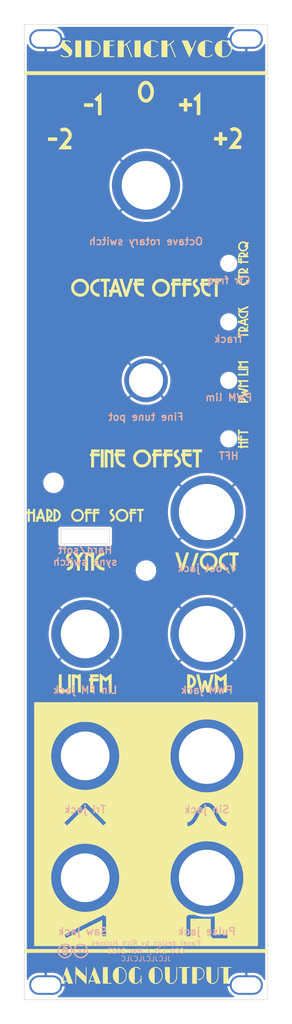
<source format=kicad_pcb>
(kicad_pcb (version 20211014) (generator pcbnew)
  (layers (0 "F.Cu" signal) (31 "B.Cu" signal) (34 "B.Paste" user) (35 "F.Paste" user) (36 "B.SilkS" user "B.Silkscreen") (37 "F.SilkS" user "F.Silkscreen") (38 "B.Mask" user) (39 "F.Mask" user) (44 "Edge.Cuts" user))
  (net 0 "")
  (net 1 "GND")
  (footprint "Kosmo_panel:Kosmo_Panel_Dual_Slotted_Mounting_Holes" (layer "F.Cu") (at 63.1 10.6 180)
    (fp_text reference "H17" hide)
    (fp_text value "Mounting_Holes")
    (pad "1" thru_hole oval locked (at 1.4 0 180) (size 6.8 4) (drill oval 6 3.2) (layers *.Cu *.Mask) (net 1 "GND"))
    (pad "1" thru_hole oval locked (at 1.4 -194 180) (size 6.8 4) (drill oval 6 3.2) (layers *.Cu *.Mask) (net 1 "GND"))
  )
  (footprint "Kosmo_panel:Kosmo_Trimmer_Pot_Hole" (layer "F.Cu") (at 58.1 56.6)
    (fp_text reference "H9" hide)
    (fp_text value "Trimmer_Hole")
    (pad "" np_thru_hole circle locked (at 0 0) (size 2.5 2.5) (drill 2.5) (layers *.Mask "F.Cu"))
  )
  (footprint "Kosmo_panel:Kosmo_Jack_Hole" (layer "F.Cu") (at 41.1 40.6)
    (fp_text reference "H8" hide)
    (fp_text value "Switch_Hole")
    (pad "1" thru_hole circle locked (at 0 0) (size 14 14) (drill 10) (layers *.Cu *.Mask) (net 1 "GND"))
  )
  (footprint "Kosmo_panel:Kosmo_Jack_Hole" (layer "F.Cu") (at 28.6 132.6)
    (fp_text reference "H1" hide)
    (fp_text value "Jack_Hole")
    (pad "1" thru_hole circle locked (at 0 0) (size 14 14) (drill 10) (layers *.Cu *.Mask) (net 1 "GND"))
  )
  (footprint "Kosmo_panel:Kosmo_Panel_Dual_Slotted_Mounting_Holes" (layer "F.Cu") (at 19.1 204.6)
    (fp_text reference "H16" hide)
    (fp_text value "Mounting_Holes")
    (pad "1" thru_hole oval locked (at 1.4 0) (size 6.8 4) (drill oval 6 3.2) (layers *.Cu *.Mask) (net 1 "GND"))
    (pad "1" thru_hole oval locked (at 1.4 -194) (size 6.8 4) (drill oval 6 3.2) (layers *.Cu *.Mask) (net 1 "GND"))
  )
  (footprint "Kosmo_panel:Kosmo_Jack_Hole" (layer "F.Cu") (at 28.6 157.6)
    (fp_text reference "H2" hide)
    (fp_text value "Jack_Hole")
    (pad "1" thru_hole circle locked (at 0 0) (size 14 14) (drill 10) (layers *.Cu *.Mask) (net 1 "GND"))
  )
  (footprint "Kosmo_panel:Kosmo_Jack_Hole" (layer "F.Cu") (at 28.6 182.6)
    (fp_text reference "H5" hide)
    (fp_text value "Jack_Hole")
    (pad "1" thru_hole circle locked (at 0 0) (size 14 14) (drill 10) (layers *.Cu *.Mask) (net 1 "GND"))
  )
  (footprint "Kosmo_panel:Kosmo_Jack_Hole_horizontal" (layer "F.Cu") (at 53.6 157.6)
    (fp_text reference "H6" hide)
    (fp_text value "Jack_Hole_h")
    (pad "1" thru_hole circle (at 0 0) (size 15 15) (drill 11.5) (layers *.Cu *.Mask) (net 1 "GND"))
  )
  (footprint "ao_tht:MountingHole_3.2mm_M3" (layer "F.Cu") (at 22.1 101.6)
    (fp_text reference "H11" hide)
    (fp_text value "MountingHole")
    (pad "" np_thru_hole circle locked (at 0 0) (size 3.2 3.2) (drill 3.2) (layers *.Cu *.Mask))
  )
  (footprint "ao_tht:MountingHole_3.2mm_M3" (layer "F.Cu") (at 41.1 119.6)
    (fp_text reference "H15" hide)
    (fp_text value "MountingHole")
    (pad "" np_thru_hole circle locked (at 0 0) (size 3.2 3.2) (drill 3.2) (layers *.Cu *.Mask))
  )
  (footprint "Kosmo_panel:Kosmo_Jack_Hole_horizontal" (layer "F.Cu") (at 53.6 182.6)
    (fp_text reference "H7" hide)
    (fp_text value "Jack_Hole_h")
    (pad "1" thru_hole circle (at 0 0) (size 15 15) (drill 11.5) (layers *.Cu *.Mask) (net 1 "GND"))
  )
  (footprint "Kosmo_panel:Kosmo_Trimmer_Pot_Hole" (layer "F.Cu") (at 58.1 68.6)
    (fp_text reference "H10" hide)
    (fp_text value "Trimmer_Hole")
    (pad "" np_thru_hole circle locked (at 0 0) (size 2.5 2.5) (drill 2.5) (layers *.Mask "F.Cu"))
  )
  (footprint "Kosmo_panel:Kosmo_Trimmer_Pot_Hole" (layer "F.Cu") (at 58.1 92.6)
    (fp_text reference "H14" hide)
    (fp_text value "Trimmer_Hole")
    (pad "" np_thru_hole circle locked (at 0 0) (size 2.5 2.5) (drill 2.5) (layers *.Mask "F.Cu"))
  )
  (footprint "sidekick_panel:sidekick_panel_holes" (layer "F.Cu") (at 41.1 107.6)
    (fp_text reference "GRAF1" hide)
    (fp_text value "Holes" hide)
  )
  (footprint "Kosmo_panel:Kosmo_Trimmer_Pot_Hole" (layer "F.Cu") (at 58.1 80.6)
    (fp_text reference "H13" hide)
    (fp_text value "Trimmer_Hole")
    (pad "" np_thru_hole circle locked (at 0 0) (size 2.5 2.5) (drill 2.5) (layers *.Mask "F.Cu"))
  )
  (footprint "Kosmo_panel:Kosmo_Jack_Hole_horizontal" (layer "F.Cu") (at 53.6 107.6)
    (fp_text reference "H3" hide)
    (fp_text value "Jack_Hole_h")
    (pad "1" thru_hole circle (at 0 0) (size 15 15) (drill 11.5) (layers *.Cu *.Mask) (net 1 "GND"))
  )
  (footprint "Kosmo_panel:Kosmo_Pot_Hole" (layer "F.Cu") (at 41.1 80.6)
    (fp_text reference "H12" hide)
    (fp_text value "Pot_Hole")
    (pad "1" thru_hole circle locked (at 0 0) (size 9 9) (drill 7) (layers *.Cu *.Mask) (net 1 "GND"))
  )
  (footprint "sidekick_panel:sidekick_panel_art" (layer "F.Cu") (at 41.1 107.6)
    (fp_text reference "GRAF2" hide)
    (fp_text value "Art" hide)
  )
  (footprint "Kosmo_panel:Kosmo_Jack_Hole_horizontal" (layer "F.Cu") (at 53.58 132.6)
    (fp_text reference "H4" hide)
    (fp_text value "Jack_Hole_h")
    (pad "1" thru_hole circle (at 0 0) (size 15 15) (drill 11.5) (layers *.Cu *.Mask) (net 1 "GND"))
  )
  (footprint "ao_tht:CC0_logo" (layer "B.Cu") (at 26.1 197.6 180)
    (fp_text reference "GRAF3" hide)
    (fp_text value "CC0 logo" hide)
  )
  (gr_line (start 16.1 207.6) (end 66.1 207.6) (layer "Edge.Cuts") (width 0.1))
  (gr_line (start 66.1 7.6) (end 16.1 7.6) (layer "Edge.Cuts") (width 0.1))
  (gr_line (start 16.1 7.6) (end 16.1 207.6) (layer "Edge.Cuts") (width 0.1))
  (gr_rect (start 23.6 111.1) (end 33.6 114.1) (layer "Edge.Cuts") (width 0.1) (fill none))
  (gr_line (start 66.1 207.6) (end 66.1 7.6) (layer "Edge.Cuts") (width 0.1))
  (gr_text "Hard/soft\nsync switch" (at 28.6 116.6) (layer "B.SilkS") (effects (font (size 1.5 1.5) (thickness 0.3)) (justify mirror)))
  (gr_text "Lin FM jack" (at 28.6 144.1) (layer "B.SilkS") (effects (font (size 1.5 1.5) (thickness 0.3)) (justify mirror)))
  (gr_text "Saw jack" (at 28.1 193.6) (layer "B.SilkS") (effects (font (size 1.5 1.5) (thickness 0.3)) (justify mirror)))
  (gr_text "Fine tune pot" (at 41.1 88.1) (layer "B.SilkS") (effects (font (size 1.5 1.5) (thickness 0.3)) (justify mirror)))
  (gr_text "Ctr freq" (at 58.1 60.1) (layer "B.SilkS") (effects (font (size 1.5 1.5) (thickness 0.3)) (justify mirror)))
  (gr_text "PWM jack" (at 53.6 144.1) (layer "B.SilkS") (effects (font (size 1.5 1.5) (thickness 0.3)) (justify mirror)))
  (gr_text "Tri jack" (at 28.6 168.6) (layer "B.SilkS") (effects (font (size 1.5 1.5) (thickness 0.3)) (justify mirror)))
  (gr_text "PWM lim" (at 58.1 84.1) (layer "B.SilkS") (effects (font (size 1.5 1.5) (thickness 0.3)) (justify mirror)))
  (gr_text "Sin jack" (at 53.6 168.6) (layer "B.SilkS") (effects (font (size 1.5 1.5) (thickness 0.3)) (justify mirror)))
  (gr_text "Octave rotary switch" (at 41.1 52.1) (layer "B.SilkS") (effects (font (size 1.5 1.5) (thickness 0.3)) (justify mirror)))
  (gr_text "V/oct jack" (at 53.6 119.1) (layer "B.SilkS") (effects (font (size 1.5 1.5) (thickness 0.3)) (justify mirror)))
  (gr_text "HFT" (at 58.1 96.1) (layer "B.SilkS") (effects (font (size 1.5 1.5) (thickness 0.3)) (justify mirror)))
  (gr_text "Panel design by Rich Holmes\nCC0 1.0 / Mar 2022\nJLCJLCJLCJLC" (at 41.1 197.6) (layer "B.SilkS") (effects (font (size 1 1)) (justify mirror)))
  (gr_text "Pulse jack" (at 53.6 193.6) (layer "B.SilkS") (effects (font (size 1.5 1.5) (thickness 0.3)) (justify mirror)))
  (gr_text "Track" (at 58.1 72.1) (layer "B.SilkS") (effects (font (size 1.5 1.5) (thickness 0.3)) (justify mirror)))
  (zone (net 1) (net_name "GND") (layer "F.Cu") (connect_pads (clearance 0.508)) (min_thickness 0.254) (fill yes (thermal_gap 0.508) (thermal_bridge_width 0.508))
    (polygon (pts (xy 71.1 212.6) (xy 11.1 212.6) (xy 11.1 2.6) (xy 71.1 2.6)))
  )
  (zone (net 1) (net_name "GND") (layer "B.Cu") (connect_pads (clearance 0.508)) (min_thickness 0.254) (fill yes (thermal_gap 0.508) (thermal_bridge_width 0.508))
    (polygon (pts (xy 71.1 212.6) (xy 11.1 212.6) (xy 11.1 2.6) (xy 71.1 2.6)))
  )
)
</source>
